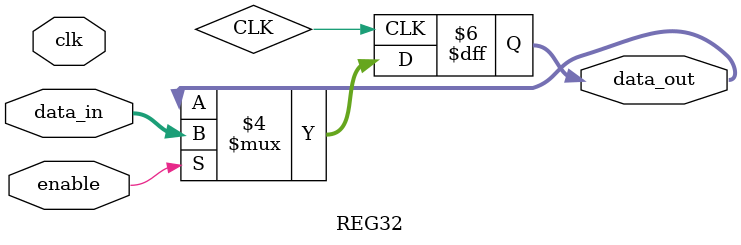
<source format=v>
module REG32(clk, enable, data_in, data_out);

//Port Discipline 
input wire        clk;      //system clock
input wire        enable;   //allows data to be overwritten
input wire [31:0] data_in;  //data to write to register on clk edge and enable
output reg [31:0] data_out; //data contained within the register

// Simple 32-bit register. On rising edge of clock the value of out is updated to the value of in
always @(posedge CLK)
	if (enable == 1) begin
		data_out = data_in;
	end    
endmodule
</source>
